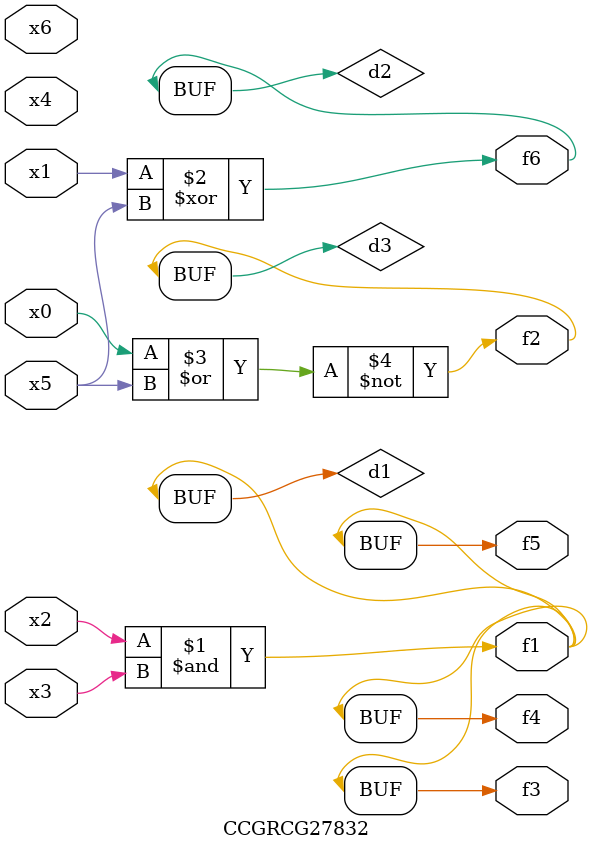
<source format=v>
module CCGRCG27832(
	input x0, x1, x2, x3, x4, x5, x6,
	output f1, f2, f3, f4, f5, f6
);

	wire d1, d2, d3;

	and (d1, x2, x3);
	xor (d2, x1, x5);
	nor (d3, x0, x5);
	assign f1 = d1;
	assign f2 = d3;
	assign f3 = d1;
	assign f4 = d1;
	assign f5 = d1;
	assign f6 = d2;
endmodule

</source>
